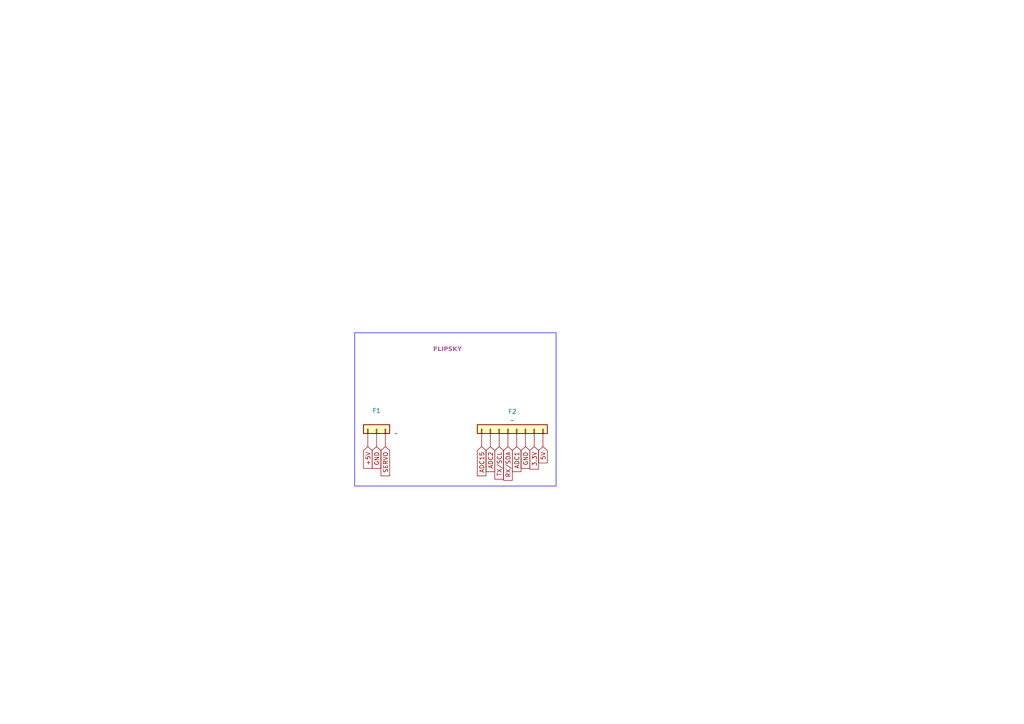
<source format=kicad_sch>
(kicad_sch
	(version 20231120)
	(generator "eeschema")
	(generator_version "8.0")
	(uuid "d341da4f-ae32-4495-9ae4-74953c7577e5")
	(paper "A4")
	(lib_symbols
		(symbol "Connector_Generic:Conn_01x03"
			(pin_numbers hide)
			(pin_names
				(offset 1.016) hide)
			(exclude_from_sim no)
			(in_bom yes)
			(on_board yes)
			(property "Reference" "J"
				(at 0 5.08 0)
				(effects
					(font
						(size 1.27 1.27)
					)
				)
			)
			(property "Value" "Conn_01x03"
				(at 0 -5.08 0)
				(effects
					(font
						(size 1.27 1.27)
					)
				)
			)
			(property "Footprint" ""
				(at 0 0 0)
				(effects
					(font
						(size 1.27 1.27)
					)
					(hide yes)
				)
			)
			(property "Datasheet" "~"
				(at 0 0 0)
				(effects
					(font
						(size 1.27 1.27)
					)
					(hide yes)
				)
			)
			(property "Description" "Generic connector, single row, 01x03, script generated (kicad-library-utils/schlib/autogen/connector/)"
				(at 0 0 0)
				(effects
					(font
						(size 1.27 1.27)
					)
					(hide yes)
				)
			)
			(property "ki_keywords" "connector"
				(at 0 0 0)
				(effects
					(font
						(size 1.27 1.27)
					)
					(hide yes)
				)
			)
			(property "ki_fp_filters" "Connector*:*_1x??_*"
				(at 0 0 0)
				(effects
					(font
						(size 1.27 1.27)
					)
					(hide yes)
				)
			)
			(symbol "Conn_01x03_1_1"
				(rectangle
					(start -1.27 -2.413)
					(end 0 -2.667)
					(stroke
						(width 0.1524)
						(type default)
					)
					(fill
						(type none)
					)
				)
				(rectangle
					(start -1.27 0.127)
					(end 0 -0.127)
					(stroke
						(width 0.1524)
						(type default)
					)
					(fill
						(type none)
					)
				)
				(rectangle
					(start -1.27 2.667)
					(end 0 2.413)
					(stroke
						(width 0.1524)
						(type default)
					)
					(fill
						(type none)
					)
				)
				(rectangle
					(start -1.27 3.81)
					(end 1.27 -3.81)
					(stroke
						(width 0.254)
						(type default)
					)
					(fill
						(type background)
					)
				)
				(pin passive line
					(at -5.08 2.54 0)
					(length 3.81)
					(name "Pin_1"
						(effects
							(font
								(size 1.27 1.27)
							)
						)
					)
					(number "1"
						(effects
							(font
								(size 1.27 1.27)
							)
						)
					)
				)
				(pin passive line
					(at -5.08 0 0)
					(length 3.81)
					(name "Pin_2"
						(effects
							(font
								(size 1.27 1.27)
							)
						)
					)
					(number "2"
						(effects
							(font
								(size 1.27 1.27)
							)
						)
					)
				)
				(pin passive line
					(at -5.08 -2.54 0)
					(length 3.81)
					(name "Pin_3"
						(effects
							(font
								(size 1.27 1.27)
							)
						)
					)
					(number "3"
						(effects
							(font
								(size 1.27 1.27)
							)
						)
					)
				)
			)
		)
		(symbol "Connector_Generic:Conn_01x08"
			(pin_numbers hide)
			(pin_names
				(offset 1.016) hide)
			(exclude_from_sim no)
			(in_bom yes)
			(on_board yes)
			(property "Reference" "J"
				(at 0 10.16 0)
				(effects
					(font
						(size 1.27 1.27)
					)
				)
			)
			(property "Value" "Conn_01x08"
				(at 0 -12.7 0)
				(effects
					(font
						(size 1.27 1.27)
					)
				)
			)
			(property "Footprint" ""
				(at 0 0 0)
				(effects
					(font
						(size 1.27 1.27)
					)
					(hide yes)
				)
			)
			(property "Datasheet" "~"
				(at 0 0 0)
				(effects
					(font
						(size 1.27 1.27)
					)
					(hide yes)
				)
			)
			(property "Description" "Generic connector, single row, 01x08, script generated (kicad-library-utils/schlib/autogen/connector/)"
				(at 0 0 0)
				(effects
					(font
						(size 1.27 1.27)
					)
					(hide yes)
				)
			)
			(property "ki_keywords" "connector"
				(at 0 0 0)
				(effects
					(font
						(size 1.27 1.27)
					)
					(hide yes)
				)
			)
			(property "ki_fp_filters" "Connector*:*_1x??_*"
				(at 0 0 0)
				(effects
					(font
						(size 1.27 1.27)
					)
					(hide yes)
				)
			)
			(symbol "Conn_01x08_1_1"
				(rectangle
					(start -1.27 -10.033)
					(end 0 -10.287)
					(stroke
						(width 0.1524)
						(type default)
					)
					(fill
						(type none)
					)
				)
				(rectangle
					(start -1.27 -7.493)
					(end 0 -7.747)
					(stroke
						(width 0.1524)
						(type default)
					)
					(fill
						(type none)
					)
				)
				(rectangle
					(start -1.27 -4.953)
					(end 0 -5.207)
					(stroke
						(width 0.1524)
						(type default)
					)
					(fill
						(type none)
					)
				)
				(rectangle
					(start -1.27 -2.413)
					(end 0 -2.667)
					(stroke
						(width 0.1524)
						(type default)
					)
					(fill
						(type none)
					)
				)
				(rectangle
					(start -1.27 0.127)
					(end 0 -0.127)
					(stroke
						(width 0.1524)
						(type default)
					)
					(fill
						(type none)
					)
				)
				(rectangle
					(start -1.27 2.667)
					(end 0 2.413)
					(stroke
						(width 0.1524)
						(type default)
					)
					(fill
						(type none)
					)
				)
				(rectangle
					(start -1.27 5.207)
					(end 0 4.953)
					(stroke
						(width 0.1524)
						(type default)
					)
					(fill
						(type none)
					)
				)
				(rectangle
					(start -1.27 7.747)
					(end 0 7.493)
					(stroke
						(width 0.1524)
						(type default)
					)
					(fill
						(type none)
					)
				)
				(rectangle
					(start -1.27 8.89)
					(end 1.27 -11.43)
					(stroke
						(width 0.254)
						(type default)
					)
					(fill
						(type background)
					)
				)
				(pin passive line
					(at -5.08 7.62 0)
					(length 3.81)
					(name "Pin_1"
						(effects
							(font
								(size 1.27 1.27)
							)
						)
					)
					(number "1"
						(effects
							(font
								(size 1.27 1.27)
							)
						)
					)
				)
				(pin passive line
					(at -5.08 5.08 0)
					(length 3.81)
					(name "Pin_2"
						(effects
							(font
								(size 1.27 1.27)
							)
						)
					)
					(number "2"
						(effects
							(font
								(size 1.27 1.27)
							)
						)
					)
				)
				(pin passive line
					(at -5.08 2.54 0)
					(length 3.81)
					(name "Pin_3"
						(effects
							(font
								(size 1.27 1.27)
							)
						)
					)
					(number "3"
						(effects
							(font
								(size 1.27 1.27)
							)
						)
					)
				)
				(pin passive line
					(at -5.08 0 0)
					(length 3.81)
					(name "Pin_4"
						(effects
							(font
								(size 1.27 1.27)
							)
						)
					)
					(number "4"
						(effects
							(font
								(size 1.27 1.27)
							)
						)
					)
				)
				(pin passive line
					(at -5.08 -2.54 0)
					(length 3.81)
					(name "Pin_5"
						(effects
							(font
								(size 1.27 1.27)
							)
						)
					)
					(number "5"
						(effects
							(font
								(size 1.27 1.27)
							)
						)
					)
				)
				(pin passive line
					(at -5.08 -5.08 0)
					(length 3.81)
					(name "Pin_6"
						(effects
							(font
								(size 1.27 1.27)
							)
						)
					)
					(number "6"
						(effects
							(font
								(size 1.27 1.27)
							)
						)
					)
				)
				(pin passive line
					(at -5.08 -7.62 0)
					(length 3.81)
					(name "Pin_7"
						(effects
							(font
								(size 1.27 1.27)
							)
						)
					)
					(number "7"
						(effects
							(font
								(size 1.27 1.27)
							)
						)
					)
				)
				(pin passive line
					(at -5.08 -10.16 0)
					(length 3.81)
					(name "Pin_8"
						(effects
							(font
								(size 1.27 1.27)
							)
						)
					)
					(number "8"
						(effects
							(font
								(size 1.27 1.27)
							)
						)
					)
				)
			)
		)
	)
	(rectangle
		(start 102.87 96.52)
		(end 161.29 140.97)
		(stroke
			(width 0)
			(type default)
		)
		(fill
			(type none)
		)
		(uuid 3e6cb804-af64-4996-a11e-df44e72eccc3)
	)
	(text "FLIPSKY"
		(exclude_from_sim no)
		(at 129.794 101.854 0)
		(effects
			(font
				(face "Copperplate Gothic Bold")
				(size 1.27 1.27)
				(bold yes)
				(color 164 84 154 1)
			)
		)
		(uuid "91488017-2ba4-4a48-bfd7-4aff035553a8")
	)
	(global_label "5V"
		(shape input)
		(at 157.48 129.54 270)
		(effects
			(font
				(size 1.27 1.27)
			)
			(justify right)
		)
		(uuid "1bbe9899-7171-4d07-aa73-3a078c394d1a")
		(property "Intersheetrefs" "${INTERSHEET_REFS}"
			(at 157.48 129.54 0)
			(effects
				(font
					(size 1.27 1.27)
				)
				(hide yes)
			)
		)
	)
	(global_label "GND"
		(shape input)
		(at 109.22 129.54 270)
		(effects
			(font
				(size 1.27 1.27)
			)
			(justify right)
		)
		(uuid "3827cf6a-b535-4663-8e05-734dc3651894")
		(property "Intersheetrefs" "${INTERSHEET_REFS}"
			(at 109.22 129.54 0)
			(effects
				(font
					(size 1.27 1.27)
				)
				(hide yes)
			)
		)
	)
	(global_label "TX{slash}SCL"
		(shape input)
		(at 144.78 129.54 270)
		(effects
			(font
				(size 1.27 1.27)
			)
			(justify right)
		)
		(uuid "5334da3f-9926-4392-8b0f-d5fd4f38ffe0")
		(property "Intersheetrefs" "${INTERSHEET_REFS}"
			(at 144.78 129.54 0)
			(effects
				(font
					(size 1.27 1.27)
				)
				(hide yes)
			)
		)
	)
	(global_label "ADC1"
		(shape input)
		(at 149.86 129.54 270)
		(effects
			(font
				(size 1.27 1.27)
			)
			(justify right)
		)
		(uuid "6e2b31d1-e017-48e5-9afa-0b4dea4d80d6")
		(property "Intersheetrefs" "${INTERSHEET_REFS}"
			(at 149.86 129.54 0)
			(effects
				(font
					(size 1.27 1.27)
				)
				(hide yes)
			)
		)
	)
	(global_label "3.3V"
		(shape input)
		(at 154.94 129.54 270)
		(effects
			(font
				(size 1.27 1.27)
			)
			(justify right)
		)
		(uuid "81f3de12-9f68-4065-917b-b2ba6302440a")
		(property "Intersheetrefs" "${INTERSHEET_REFS}"
			(at 154.94 129.54 0)
			(effects
				(font
					(size 1.27 1.27)
				)
				(hide yes)
			)
		)
	)
	(global_label "GND"
		(shape input)
		(at 152.4 129.54 270)
		(effects
			(font
				(size 1.27 1.27)
			)
			(justify right)
		)
		(uuid "84d0a21a-3936-4d5d-95cf-63a04f33bc8d")
		(property "Intersheetrefs" "${INTERSHEET_REFS}"
			(at 152.4 129.54 0)
			(effects
				(font
					(size 1.27 1.27)
				)
				(hide yes)
			)
		)
	)
	(global_label "RX{slash}SDA"
		(shape input)
		(at 147.32 129.54 270)
		(effects
			(font
				(size 1.27 1.27)
			)
			(justify right)
		)
		(uuid "b6653b9f-9b4a-4301-9b78-856402b3c4cb")
		(property "Intersheetrefs" "${INTERSHEET_REFS}"
			(at 147.32 129.54 0)
			(effects
				(font
					(size 1.27 1.27)
				)
				(hide yes)
			)
		)
	)
	(global_label "ADC2"
		(shape input)
		(at 142.24 129.54 270)
		(effects
			(font
				(size 1.27 1.27)
			)
			(justify right)
		)
		(uuid "dd122977-2019-4a0c-a717-c21894b83be6")
		(property "Intersheetrefs" "${INTERSHEET_REFS}"
			(at 142.24 129.54 0)
			(effects
				(font
					(size 1.27 1.27)
				)
				(hide yes)
			)
		)
	)
	(global_label "+5V"
		(shape input)
		(at 106.68 129.54 270)
		(effects
			(font
				(size 1.27 1.27)
			)
			(justify right)
		)
		(uuid "e43b14ee-0638-44e1-99d5-a02974d3550c")
		(property "Intersheetrefs" "${INTERSHEET_REFS}"
			(at 106.68 129.54 0)
			(effects
				(font
					(size 1.27 1.27)
				)
				(hide yes)
			)
		)
	)
	(global_label "ADC15"
		(shape input)
		(at 139.7 129.54 270)
		(effects
			(font
				(size 1.27 1.27)
			)
			(justify right)
		)
		(uuid "e9f1c5df-0590-4b40-94f8-d454aa5535b3")
		(property "Intersheetrefs" "${INTERSHEET_REFS}"
			(at 139.7 129.54 0)
			(effects
				(font
					(size 1.27 1.27)
				)
				(hide yes)
			)
		)
	)
	(global_label "SERVO"
		(shape input)
		(at 111.76 129.54 270)
		(effects
			(font
				(size 1.27 1.27)
			)
			(justify right)
		)
		(uuid "f8a6b2c6-9f44-4a6b-b5ca-65f8623d57aa")
		(property "Intersheetrefs" "${INTERSHEET_REFS}"
			(at 111.76 129.54 0)
			(effects
				(font
					(size 1.27 1.27)
				)
				(hide yes)
			)
		)
	)
	(symbol
		(lib_id "Connector_Generic:Conn_01x08")
		(at 147.32 124.46 90)
		(unit 1)
		(exclude_from_sim no)
		(in_bom yes)
		(on_board yes)
		(dnp no)
		(fields_autoplaced yes)
		(uuid "12dc0af0-f02e-4cd3-8f4a-cf1331e0a556")
		(property "Reference" "F2"
			(at 148.59 119.38 90)
			(effects
				(font
					(size 1.27 1.27)
				)
			)
		)
		(property "Value" "~"
			(at 148.59 121.92 90)
			(effects
				(font
					(size 1.27 1.27)
				)
			)
		)
		(property "Footprint" "Connector_PinHeader_2.54mm:PinHeader_1x08_P2.54mm_Vertical"
			(at 147.32 124.46 0)
			(effects
				(font
					(size 1.27 1.27)
				)
				(hide yes)
			)
		)
		(property "Datasheet" "~"
			(at 147.32 124.46 0)
			(effects
				(font
					(size 1.27 1.27)
				)
				(hide yes)
			)
		)
		(property "Description" "Generic connector, single row, 01x08, script generated (kicad-library-utils/schlib/autogen/connector/)"
			(at 147.32 124.46 0)
			(effects
				(font
					(size 1.27 1.27)
				)
				(hide yes)
			)
		)
		(pin "6"
			(uuid "3bc16bf2-53fe-4468-a395-b48b49288bd4")
		)
		(pin "5"
			(uuid "3c606fd0-ee23-4639-ba98-8d58f5e6ad03")
		)
		(pin "1"
			(uuid "35029752-cacc-449b-9b6f-1d2f8b9a9595")
		)
		(pin "8"
			(uuid "e3a11c1d-708e-408e-9e93-a721d4a4c389")
		)
		(pin "3"
			(uuid "672552e0-767d-4c0e-80a1-333b558f44c5")
		)
		(pin "2"
			(uuid "3285686d-d674-4b14-bf29-1497cd9b9c10")
		)
		(pin "4"
			(uuid "4470cd62-db14-45be-b947-6566d7fb2e1c")
		)
		(pin "7"
			(uuid "1eeb9b30-e864-47cf-90a1-9315d00870be")
		)
		(instances
			(project ""
				(path "/e1e18356-0eac-4e11-b097-a7a11476b483/3f45ceda-04db-416c-b2ed-13d98b111658"
					(reference "F2")
					(unit 1)
				)
			)
		)
	)
	(symbol
		(lib_id "Connector_Generic:Conn_01x03")
		(at 109.22 124.46 90)
		(unit 1)
		(exclude_from_sim no)
		(in_bom yes)
		(on_board yes)
		(dnp no)
		(uuid "99e466f9-d8d9-4017-8e4c-96a6914bea68")
		(property "Reference" "F1"
			(at 107.95 119.126 90)
			(effects
				(font
					(size 1.27 1.27)
				)
				(justify right)
			)
		)
		(property "Value" "~"
			(at 114.3 125.73 90)
			(effects
				(font
					(size 1.27 1.27)
				)
				(justify right)
			)
		)
		(property "Footprint" "Connector_PinHeader_2.54mm:PinHeader_1x03_P2.54mm_Vertical"
			(at 109.22 124.46 0)
			(effects
				(font
					(size 1.27 1.27)
				)
				(hide yes)
			)
		)
		(property "Datasheet" "~"
			(at 109.22 124.46 0)
			(effects
				(font
					(size 1.27 1.27)
				)
				(hide yes)
			)
		)
		(property "Description" "Generic connector, single row, 01x03, script generated (kicad-library-utils/schlib/autogen/connector/)"
			(at 109.22 124.46 0)
			(effects
				(font
					(size 1.27 1.27)
				)
				(hide yes)
			)
		)
		(pin "1"
			(uuid "742bf1be-48f2-4f70-a241-bb459db28884")
		)
		(pin "3"
			(uuid "715a4fc6-ec66-4224-95c7-d6b20e39ebd1")
		)
		(pin "2"
			(uuid "c0da2fde-f4ca-462d-93ff-9b710905c855")
		)
		(instances
			(project "CWD-design"
				(path "/e1e18356-0eac-4e11-b097-a7a11476b483/3f45ceda-04db-416c-b2ed-13d98b111658"
					(reference "F1")
					(unit 1)
				)
			)
		)
	)
)

</source>
